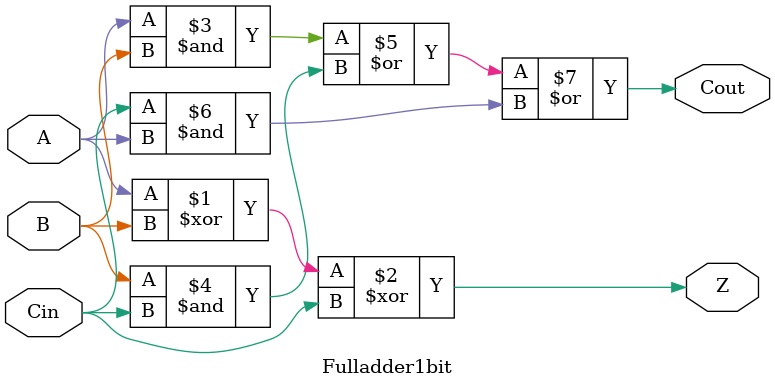
<source format=v>
`timescale 1ns / 1ps

//////////////////////////////////////////////////////////////////////////////////
module Fulladder1bit(
    input A, B, Cin,
    output Z, Cout
    );

assign Z= A^B^Cin;
assign Cout = A&B | B&Cin | Cin&A;


endmodule

</source>
